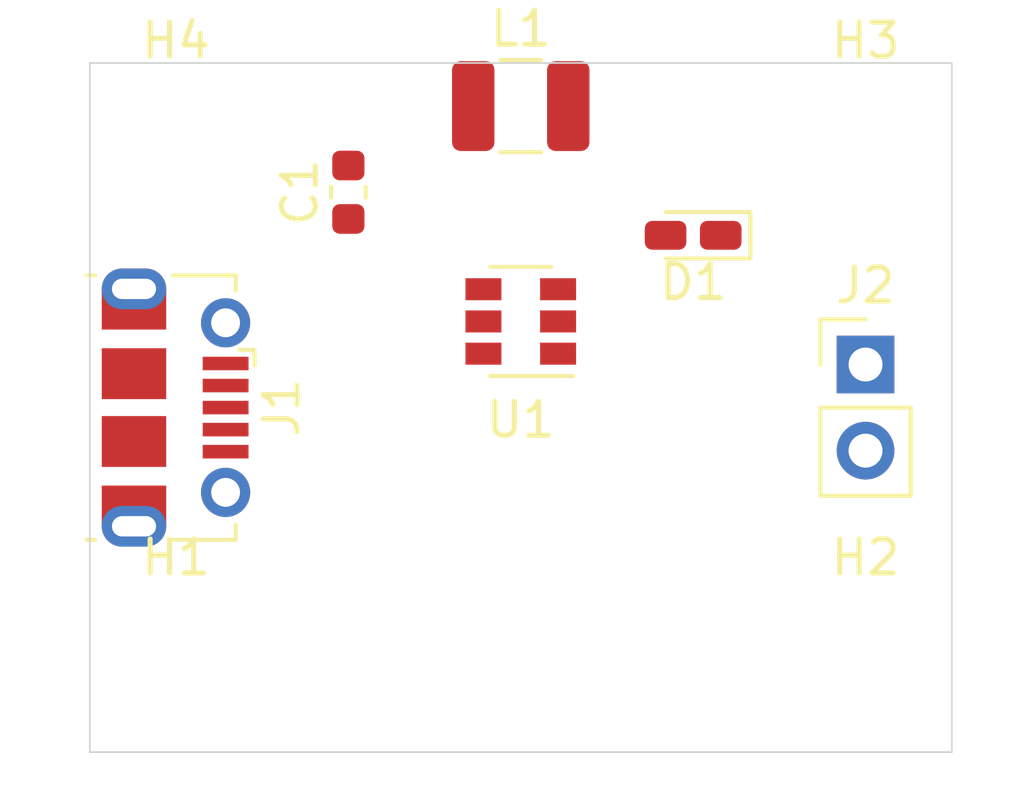
<source format=kicad_pcb>
(kicad_pcb (version 20171130) (host pcbnew 5.1.3+dfsg1-2)

  (general
    (thickness 1.6)
    (drawings 4)
    (tracks 0)
    (zones 0)
    (modules 10)
    (nets 9)
  )

  (page A4)
  (layers
    (0 F.Cu signal)
    (31 B.Cu signal)
    (32 B.Adhes user)
    (33 F.Adhes user)
    (34 B.Paste user)
    (35 F.Paste user)
    (36 B.SilkS user)
    (37 F.SilkS user)
    (38 B.Mask user)
    (39 F.Mask user)
    (40 Dwgs.User user)
    (41 Cmts.User user)
    (42 Eco1.User user)
    (43 Eco2.User user)
    (44 Edge.Cuts user)
    (45 Margin user)
    (46 B.CrtYd user)
    (47 F.CrtYd user)
    (48 B.Fab user)
    (49 F.Fab user)
  )

  (setup
    (last_trace_width 0.25)
    (trace_clearance 0.2)
    (zone_clearance 0.508)
    (zone_45_only no)
    (trace_min 0.2)
    (via_size 0.8)
    (via_drill 0.4)
    (via_min_size 0.4)
    (via_min_drill 0.3)
    (uvia_size 0.3)
    (uvia_drill 0.1)
    (uvias_allowed no)
    (uvia_min_size 0.2)
    (uvia_min_drill 0.1)
    (edge_width 0.05)
    (segment_width 0.2)
    (pcb_text_width 0.3)
    (pcb_text_size 1.5 1.5)
    (mod_edge_width 0.12)
    (mod_text_size 1 1)
    (mod_text_width 0.15)
    (pad_size 1.524 1.524)
    (pad_drill 0.762)
    (pad_to_mask_clearance 0.051)
    (solder_mask_min_width 0.25)
    (aux_axis_origin 0 0)
    (visible_elements FFFFFF7F)
    (pcbplotparams
      (layerselection 0x010fc_ffffffff)
      (usegerberextensions false)
      (usegerberattributes false)
      (usegerberadvancedattributes false)
      (creategerberjobfile false)
      (excludeedgelayer true)
      (linewidth 0.100000)
      (plotframeref false)
      (viasonmask false)
      (mode 1)
      (useauxorigin false)
      (hpglpennumber 1)
      (hpglpenspeed 20)
      (hpglpendiameter 15.000000)
      (psnegative false)
      (psa4output false)
      (plotreference true)
      (plotvalue true)
      (plotinvisibletext false)
      (padsonsilk false)
      (subtractmaskfromsilk false)
      (outputformat 1)
      (mirror false)
      (drillshape 1)
      (scaleselection 1)
      (outputdirectory ""))
  )

  (net 0 "")
  (net 1 GND)
  (net 2 "Net-(C1-Pad1)")
  (net 3 "Net-(D1-Pad2)")
  (net 4 "Net-(D1-Pad1)")
  (net 5 "Net-(J1-Pad3)")
  (net 6 "Net-(J1-Pad4)")
  (net 7 "Net-(J1-Pad2)")
  (net 8 "Net-(U1-Pad3)")

  (net_class Default "This is the default net class."
    (clearance 0.2)
    (trace_width 0.25)
    (via_dia 0.8)
    (via_drill 0.4)
    (uvia_dia 0.3)
    (uvia_drill 0.1)
    (add_net GND)
    (add_net "Net-(C1-Pad1)")
    (add_net "Net-(D1-Pad1)")
    (add_net "Net-(D1-Pad2)")
    (add_net "Net-(J1-Pad2)")
    (add_net "Net-(J1-Pad3)")
    (add_net "Net-(J1-Pad4)")
    (add_net "Net-(U1-Pad3)")
  )

  (module Package_TO_SOT_SMD:SOT-23-6 (layer F.Cu) (tedit 5A02FF57) (tstamp 5D51A877)
    (at 139.7 86.36 180)
    (descr "6-pin SOT-23 package")
    (tags SOT-23-6)
    (path /5D51A6CB)
    (attr smd)
    (fp_text reference U1 (at 0 -2.9) (layer F.SilkS)
      (effects (font (size 1 1) (thickness 0.15)))
    )
    (fp_text value MT3608 (at 0 2.9) (layer F.Fab)
      (effects (font (size 1 1) (thickness 0.15)))
    )
    (fp_line (start 0.9 -1.55) (end 0.9 1.55) (layer F.Fab) (width 0.1))
    (fp_line (start 0.9 1.55) (end -0.9 1.55) (layer F.Fab) (width 0.1))
    (fp_line (start -0.9 -0.9) (end -0.9 1.55) (layer F.Fab) (width 0.1))
    (fp_line (start 0.9 -1.55) (end -0.25 -1.55) (layer F.Fab) (width 0.1))
    (fp_line (start -0.9 -0.9) (end -0.25 -1.55) (layer F.Fab) (width 0.1))
    (fp_line (start -1.9 -1.8) (end -1.9 1.8) (layer F.CrtYd) (width 0.05))
    (fp_line (start -1.9 1.8) (end 1.9 1.8) (layer F.CrtYd) (width 0.05))
    (fp_line (start 1.9 1.8) (end 1.9 -1.8) (layer F.CrtYd) (width 0.05))
    (fp_line (start 1.9 -1.8) (end -1.9 -1.8) (layer F.CrtYd) (width 0.05))
    (fp_line (start 0.9 -1.61) (end -1.55 -1.61) (layer F.SilkS) (width 0.12))
    (fp_line (start -0.9 1.61) (end 0.9 1.61) (layer F.SilkS) (width 0.12))
    (fp_text user %R (at 0 0 90) (layer F.Fab)
      (effects (font (size 0.5 0.5) (thickness 0.075)))
    )
    (pad 5 smd rect (at 1.1 0 180) (size 1.06 0.65) (layers F.Cu F.Paste F.Mask)
      (net 2 "Net-(C1-Pad1)"))
    (pad 6 smd rect (at 1.1 -0.95 180) (size 1.06 0.65) (layers F.Cu F.Paste F.Mask))
    (pad 4 smd rect (at 1.1 0.95 180) (size 1.06 0.65) (layers F.Cu F.Paste F.Mask)
      (net 2 "Net-(C1-Pad1)"))
    (pad 3 smd rect (at -1.1 0.95 180) (size 1.06 0.65) (layers F.Cu F.Paste F.Mask)
      (net 8 "Net-(U1-Pad3)"))
    (pad 2 smd rect (at -1.1 0 180) (size 1.06 0.65) (layers F.Cu F.Paste F.Mask)
      (net 1 GND))
    (pad 1 smd rect (at -1.1 -0.95 180) (size 1.06 0.65) (layers F.Cu F.Paste F.Mask)
      (net 3 "Net-(D1-Pad2)"))
    (model ${KISYS3DMOD}/Package_TO_SOT_SMD.3dshapes/SOT-23-6.wrl
      (at (xyz 0 0 0))
      (scale (xyz 1 1 1))
      (rotate (xyz 0 0 0))
    )
  )

  (module Inductor_SMD:L_1210_3225Metric (layer F.Cu) (tedit 5B301BBE) (tstamp 5D51AB23)
    (at 139.7 80.01)
    (descr "Inductor SMD 1210 (3225 Metric), square (rectangular) end terminal, IPC_7351 nominal, (Body size source: http://www.tortai-tech.com/upload/download/2011102023233369053.pdf), generated with kicad-footprint-generator")
    (tags inductor)
    (path /5D522235)
    (attr smd)
    (fp_text reference L1 (at 0 -2.28) (layer F.SilkS)
      (effects (font (size 1 1) (thickness 0.15)))
    )
    (fp_text value 22uH (at 0 2.28) (layer F.Fab)
      (effects (font (size 1 1) (thickness 0.15)))
    )
    (fp_text user %R (at 0 0) (layer F.Fab)
      (effects (font (size 0.8 0.8) (thickness 0.12)))
    )
    (fp_line (start 2.28 1.58) (end -2.28 1.58) (layer F.CrtYd) (width 0.05))
    (fp_line (start 2.28 -1.58) (end 2.28 1.58) (layer F.CrtYd) (width 0.05))
    (fp_line (start -2.28 -1.58) (end 2.28 -1.58) (layer F.CrtYd) (width 0.05))
    (fp_line (start -2.28 1.58) (end -2.28 -1.58) (layer F.CrtYd) (width 0.05))
    (fp_line (start -0.602064 1.36) (end 0.602064 1.36) (layer F.SilkS) (width 0.12))
    (fp_line (start -0.602064 -1.36) (end 0.602064 -1.36) (layer F.SilkS) (width 0.12))
    (fp_line (start 1.6 1.25) (end -1.6 1.25) (layer F.Fab) (width 0.1))
    (fp_line (start 1.6 -1.25) (end 1.6 1.25) (layer F.Fab) (width 0.1))
    (fp_line (start -1.6 -1.25) (end 1.6 -1.25) (layer F.Fab) (width 0.1))
    (fp_line (start -1.6 1.25) (end -1.6 -1.25) (layer F.Fab) (width 0.1))
    (pad 2 smd roundrect (at 1.4 0) (size 1.25 2.65) (layers F.Cu F.Paste F.Mask) (roundrect_rratio 0.2)
      (net 3 "Net-(D1-Pad2)"))
    (pad 1 smd roundrect (at -1.4 0) (size 1.25 2.65) (layers F.Cu F.Paste F.Mask) (roundrect_rratio 0.2)
      (net 2 "Net-(C1-Pad1)"))
    (model ${KISYS3DMOD}/Inductor_SMD.3dshapes/L_1210_3225Metric.wrl
      (at (xyz 0 0 0))
      (scale (xyz 1 1 1))
      (rotate (xyz 0 0 0))
    )
  )

  (module Connector_PinHeader_2.54mm:PinHeader_1x02_P2.54mm_Vertical (layer F.Cu) (tedit 59FED5CC) (tstamp 5D51A850)
    (at 149.86 87.63)
    (descr "Through hole straight pin header, 1x02, 2.54mm pitch, single row")
    (tags "Through hole pin header THT 1x02 2.54mm single row")
    (path /5D5241FF)
    (fp_text reference J2 (at 0 -2.33) (layer F.SilkS)
      (effects (font (size 1 1) (thickness 0.15)))
    )
    (fp_text value Conn_01x02 (at 0 4.87) (layer F.Fab)
      (effects (font (size 1 1) (thickness 0.15)))
    )
    (fp_text user %R (at 0 1.27 90) (layer F.Fab)
      (effects (font (size 1 1) (thickness 0.15)))
    )
    (fp_line (start 1.8 -1.8) (end -1.8 -1.8) (layer F.CrtYd) (width 0.05))
    (fp_line (start 1.8 4.35) (end 1.8 -1.8) (layer F.CrtYd) (width 0.05))
    (fp_line (start -1.8 4.35) (end 1.8 4.35) (layer F.CrtYd) (width 0.05))
    (fp_line (start -1.8 -1.8) (end -1.8 4.35) (layer F.CrtYd) (width 0.05))
    (fp_line (start -1.33 -1.33) (end 0 -1.33) (layer F.SilkS) (width 0.12))
    (fp_line (start -1.33 0) (end -1.33 -1.33) (layer F.SilkS) (width 0.12))
    (fp_line (start -1.33 1.27) (end 1.33 1.27) (layer F.SilkS) (width 0.12))
    (fp_line (start 1.33 1.27) (end 1.33 3.87) (layer F.SilkS) (width 0.12))
    (fp_line (start -1.33 1.27) (end -1.33 3.87) (layer F.SilkS) (width 0.12))
    (fp_line (start -1.33 3.87) (end 1.33 3.87) (layer F.SilkS) (width 0.12))
    (fp_line (start -1.27 -0.635) (end -0.635 -1.27) (layer F.Fab) (width 0.1))
    (fp_line (start -1.27 3.81) (end -1.27 -0.635) (layer F.Fab) (width 0.1))
    (fp_line (start 1.27 3.81) (end -1.27 3.81) (layer F.Fab) (width 0.1))
    (fp_line (start 1.27 -1.27) (end 1.27 3.81) (layer F.Fab) (width 0.1))
    (fp_line (start -0.635 -1.27) (end 1.27 -1.27) (layer F.Fab) (width 0.1))
    (pad 2 thru_hole oval (at 0 2.54) (size 1.7 1.7) (drill 1) (layers *.Cu *.Mask)
      (net 1 GND))
    (pad 1 thru_hole rect (at 0 0) (size 1.7 1.7) (drill 1) (layers *.Cu *.Mask)
      (net 4 "Net-(D1-Pad1)"))
    (model ${KISYS3DMOD}/Connector_PinHeader_2.54mm.3dshapes/PinHeader_1x02_P2.54mm_Vertical.wrl
      (at (xyz 0 0 0))
      (scale (xyz 1 1 1))
      (rotate (xyz 0 0 0))
    )
  )

  (module Connector_USB:USB_Micro-B_Molex-105017-0001 (layer F.Cu) (tedit 5A1DC0BE) (tstamp 5D51A83A)
    (at 129.54 88.9 270)
    (descr http://www.molex.com/pdm_docs/sd/1050170001_sd.pdf)
    (tags "Micro-USB SMD Typ-B")
    (path /5D51B79D)
    (attr smd)
    (fp_text reference J1 (at 0 -3.1125 90) (layer F.SilkS)
      (effects (font (size 1 1) (thickness 0.15)))
    )
    (fp_text value USB_B_Micro (at 0.3 4.3375 90) (layer F.Fab)
      (effects (font (size 1 1) (thickness 0.15)))
    )
    (fp_line (start -1.1 -2.1225) (end -1.1 -1.9125) (layer F.Fab) (width 0.1))
    (fp_line (start -1.5 -2.1225) (end -1.5 -1.9125) (layer F.Fab) (width 0.1))
    (fp_line (start -1.5 -2.1225) (end -1.1 -2.1225) (layer F.Fab) (width 0.1))
    (fp_line (start -1.1 -1.9125) (end -1.3 -1.7125) (layer F.Fab) (width 0.1))
    (fp_line (start -1.3 -1.7125) (end -1.5 -1.9125) (layer F.Fab) (width 0.1))
    (fp_line (start -1.7 -2.3125) (end -1.7 -1.8625) (layer F.SilkS) (width 0.12))
    (fp_line (start -1.7 -2.3125) (end -1.25 -2.3125) (layer F.SilkS) (width 0.12))
    (fp_line (start 3.9 -1.7625) (end 3.45 -1.7625) (layer F.SilkS) (width 0.12))
    (fp_line (start 3.9 0.0875) (end 3.9 -1.7625) (layer F.SilkS) (width 0.12))
    (fp_line (start -3.9 2.6375) (end -3.9 2.3875) (layer F.SilkS) (width 0.12))
    (fp_line (start -3.75 3.3875) (end -3.75 -1.6125) (layer F.Fab) (width 0.1))
    (fp_line (start -3.75 -1.6125) (end 3.75 -1.6125) (layer F.Fab) (width 0.1))
    (fp_line (start -3.75 3.389204) (end 3.75 3.389204) (layer F.Fab) (width 0.1))
    (fp_line (start -3 2.689204) (end 3 2.689204) (layer F.Fab) (width 0.1))
    (fp_line (start 3.75 3.3875) (end 3.75 -1.6125) (layer F.Fab) (width 0.1))
    (fp_line (start 3.9 2.6375) (end 3.9 2.3875) (layer F.SilkS) (width 0.12))
    (fp_line (start -3.9 0.0875) (end -3.9 -1.7625) (layer F.SilkS) (width 0.12))
    (fp_line (start -3.9 -1.7625) (end -3.45 -1.7625) (layer F.SilkS) (width 0.12))
    (fp_line (start -4.4 3.64) (end -4.4 -2.46) (layer F.CrtYd) (width 0.05))
    (fp_line (start -4.4 -2.46) (end 4.4 -2.46) (layer F.CrtYd) (width 0.05))
    (fp_line (start 4.4 -2.46) (end 4.4 3.64) (layer F.CrtYd) (width 0.05))
    (fp_line (start -4.4 3.64) (end 4.4 3.64) (layer F.CrtYd) (width 0.05))
    (fp_text user %R (at 0 0.8875 90) (layer F.Fab)
      (effects (font (size 1 1) (thickness 0.15)))
    )
    (fp_text user "PCB Edge" (at 0 2.6875 90) (layer Dwgs.User)
      (effects (font (size 0.5 0.5) (thickness 0.08)))
    )
    (pad 6 smd rect (at -2.9 1.2375 270) (size 1.2 1.9) (layers F.Cu F.Mask)
      (net 1 GND))
    (pad 6 smd rect (at 2.9 1.2375 270) (size 1.2 1.9) (layers F.Cu F.Mask)
      (net 1 GND))
    (pad 6 thru_hole oval (at 3.5 1.2375 270) (size 1.2 1.9) (drill oval 0.6 1.3) (layers *.Cu *.Mask)
      (net 1 GND))
    (pad 6 thru_hole oval (at -3.5 1.2375 90) (size 1.2 1.9) (drill oval 0.6 1.3) (layers *.Cu *.Mask)
      (net 1 GND))
    (pad 6 smd rect (at -1 1.2375 270) (size 1.5 1.9) (layers F.Cu F.Paste F.Mask)
      (net 1 GND))
    (pad 6 thru_hole circle (at 2.5 -1.4625 270) (size 1.45 1.45) (drill 0.85) (layers *.Cu *.Mask)
      (net 1 GND))
    (pad 3 smd rect (at 0 -1.4625 270) (size 0.4 1.35) (layers F.Cu F.Paste F.Mask)
      (net 5 "Net-(J1-Pad3)"))
    (pad 4 smd rect (at 0.65 -1.4625 270) (size 0.4 1.35) (layers F.Cu F.Paste F.Mask)
      (net 6 "Net-(J1-Pad4)"))
    (pad 5 smd rect (at 1.3 -1.4625 270) (size 0.4 1.35) (layers F.Cu F.Paste F.Mask)
      (net 1 GND))
    (pad 1 smd rect (at -1.3 -1.4625 270) (size 0.4 1.35) (layers F.Cu F.Paste F.Mask)
      (net 2 "Net-(C1-Pad1)"))
    (pad 2 smd rect (at -0.65 -1.4625 270) (size 0.4 1.35) (layers F.Cu F.Paste F.Mask)
      (net 7 "Net-(J1-Pad2)"))
    (pad 6 thru_hole circle (at -2.5 -1.4625 270) (size 1.45 1.45) (drill 0.85) (layers *.Cu *.Mask)
      (net 1 GND))
    (pad 6 smd rect (at 1 1.2375 270) (size 1.5 1.9) (layers F.Cu F.Paste F.Mask)
      (net 1 GND))
    (model ${KISYS3DMOD}/Connector_USB.3dshapes/USB_Micro-B_Molex-105017-0001.wrl
      (at (xyz 0 0 0))
      (scale (xyz 1 1 1))
      (rotate (xyz 0 0 0))
    )
  )

  (module MountingHole:MountingHole_2.2mm_M2 (layer F.Cu) (tedit 56D1B4CB) (tstamp 5D51A811)
    (at 129.54 81.28)
    (descr "Mounting Hole 2.2mm, no annular, M2")
    (tags "mounting hole 2.2mm no annular m2")
    (path /5D5276D0)
    (attr virtual)
    (fp_text reference H4 (at 0 -3.2) (layer F.SilkS)
      (effects (font (size 1 1) (thickness 0.15)))
    )
    (fp_text value ~ (at 0 3.2) (layer F.Fab)
      (effects (font (size 1 1) (thickness 0.15)))
    )
    (fp_circle (center 0 0) (end 2.45 0) (layer F.CrtYd) (width 0.05))
    (fp_circle (center 0 0) (end 2.2 0) (layer Cmts.User) (width 0.15))
    (fp_text user %R (at 0.3 0) (layer F.Fab)
      (effects (font (size 1 1) (thickness 0.15)))
    )
    (pad 1 np_thru_hole circle (at 0 0) (size 2.2 2.2) (drill 2.2) (layers *.Cu *.Mask))
  )

  (module MountingHole:MountingHole_2.2mm_M2 (layer F.Cu) (tedit 56D1B4CB) (tstamp 5D51A809)
    (at 149.86 81.28)
    (descr "Mounting Hole 2.2mm, no annular, M2")
    (tags "mounting hole 2.2mm no annular m2")
    (path /5D5272A7)
    (attr virtual)
    (fp_text reference H3 (at 0 -3.2) (layer F.SilkS)
      (effects (font (size 1 1) (thickness 0.15)))
    )
    (fp_text value ~ (at 0 3.2) (layer F.Fab)
      (effects (font (size 1 1) (thickness 0.15)))
    )
    (fp_circle (center 0 0) (end 2.45 0) (layer F.CrtYd) (width 0.05))
    (fp_circle (center 0 0) (end 2.2 0) (layer Cmts.User) (width 0.15))
    (fp_text user %R (at 0.3 0) (layer F.Fab)
      (effects (font (size 1 1) (thickness 0.15)))
    )
    (pad 1 np_thru_hole circle (at 0 0) (size 2.2 2.2) (drill 2.2) (layers *.Cu *.Mask))
  )

  (module MountingHole:MountingHole_2.2mm_M2 (layer F.Cu) (tedit 56D1B4CB) (tstamp 5D51A801)
    (at 149.86 96.52)
    (descr "Mounting Hole 2.2mm, no annular, M2")
    (tags "mounting hole 2.2mm no annular m2")
    (path /5D526E4B)
    (attr virtual)
    (fp_text reference H2 (at 0 -3.2) (layer F.SilkS)
      (effects (font (size 1 1) (thickness 0.15)))
    )
    (fp_text value ~ (at 0 3.2) (layer F.Fab)
      (effects (font (size 1 1) (thickness 0.15)))
    )
    (fp_circle (center 0 0) (end 2.45 0) (layer F.CrtYd) (width 0.05))
    (fp_circle (center 0 0) (end 2.2 0) (layer Cmts.User) (width 0.15))
    (fp_text user %R (at 0.3 0) (layer F.Fab)
      (effects (font (size 1 1) (thickness 0.15)))
    )
    (pad 1 np_thru_hole circle (at 0 0) (size 2.2 2.2) (drill 2.2) (layers *.Cu *.Mask))
  )

  (module MountingHole:MountingHole_2.2mm_M2 (layer F.Cu) (tedit 56D1B4CB) (tstamp 5D51A7F9)
    (at 129.54 96.52)
    (descr "Mounting Hole 2.2mm, no annular, M2")
    (tags "mounting hole 2.2mm no annular m2")
    (path /5D5267FB)
    (attr virtual)
    (fp_text reference H1 (at 0 -3.2) (layer F.SilkS)
      (effects (font (size 1 1) (thickness 0.15)))
    )
    (fp_text value ~ (at 0 3.2) (layer F.Fab)
      (effects (font (size 1 1) (thickness 0.15)))
    )
    (fp_circle (center 0 0) (end 2.45 0) (layer F.CrtYd) (width 0.05))
    (fp_circle (center 0 0) (end 2.2 0) (layer Cmts.User) (width 0.15))
    (fp_text user %R (at 0.3 0) (layer F.Fab)
      (effects (font (size 1 1) (thickness 0.15)))
    )
    (pad 1 np_thru_hole circle (at 0 0) (size 2.2 2.2) (drill 2.2) (layers *.Cu *.Mask))
  )

  (module Diode_SMD:D_0603_1608Metric_Castellated (layer F.Cu) (tedit 5B301BBE) (tstamp 5D51ABD8)
    (at 144.78 83.82 180)
    (descr "Diode SMD 0603 (1608 Metric), castellated end terminal, IPC_7351 nominal, (Body size source: http://www.tortai-tech.com/upload/download/2011102023233369053.pdf), generated with kicad-footprint-generator")
    (tags "diode castellated")
    (path /5D525182)
    (attr smd)
    (fp_text reference D1 (at 0 -1.38) (layer F.SilkS)
      (effects (font (size 1 1) (thickness 0.15)))
    )
    (fp_text value D_Schottky (at 0 1.38) (layer F.Fab)
      (effects (font (size 1 1) (thickness 0.15)))
    )
    (fp_text user %R (at 0 0) (layer F.Fab)
      (effects (font (size 0.4 0.4) (thickness 0.06)))
    )
    (fp_line (start 1.68 0.68) (end -1.68 0.68) (layer F.CrtYd) (width 0.05))
    (fp_line (start 1.68 -0.68) (end 1.68 0.68) (layer F.CrtYd) (width 0.05))
    (fp_line (start -1.68 -0.68) (end 1.68 -0.68) (layer F.CrtYd) (width 0.05))
    (fp_line (start -1.68 0.68) (end -1.68 -0.68) (layer F.CrtYd) (width 0.05))
    (fp_line (start -1.685 0.685) (end 0.8 0.685) (layer F.SilkS) (width 0.12))
    (fp_line (start -1.685 -0.685) (end -1.685 0.685) (layer F.SilkS) (width 0.12))
    (fp_line (start 0.8 -0.685) (end -1.685 -0.685) (layer F.SilkS) (width 0.12))
    (fp_line (start 0.8 0.4) (end 0.8 -0.4) (layer F.Fab) (width 0.1))
    (fp_line (start -0.8 0.4) (end 0.8 0.4) (layer F.Fab) (width 0.1))
    (fp_line (start -0.8 -0.1) (end -0.8 0.4) (layer F.Fab) (width 0.1))
    (fp_line (start -0.5 -0.4) (end -0.8 -0.1) (layer F.Fab) (width 0.1))
    (fp_line (start 0.8 -0.4) (end -0.5 -0.4) (layer F.Fab) (width 0.1))
    (pad 2 smd roundrect (at 0.8125 0 180) (size 1.225 0.85) (layers F.Cu F.Paste F.Mask) (roundrect_rratio 0.25)
      (net 3 "Net-(D1-Pad2)"))
    (pad 1 smd roundrect (at -0.8125 0 180) (size 1.225 0.85) (layers F.Cu F.Paste F.Mask) (roundrect_rratio 0.25)
      (net 4 "Net-(D1-Pad1)"))
    (model ${KISYS3DMOD}/Diode_SMD.3dshapes/D_0603_1608Metric_Castellated.wrl
      (at (xyz 0 0 0))
      (scale (xyz 1 1 1))
      (rotate (xyz 0 0 0))
    )
  )

  (module Capacitor_SMD:C_0603_1608Metric (layer F.Cu) (tedit 5B301BBE) (tstamp 5D51A7DE)
    (at 134.62 82.55 90)
    (descr "Capacitor SMD 0603 (1608 Metric), square (rectangular) end terminal, IPC_7351 nominal, (Body size source: http://www.tortai-tech.com/upload/download/2011102023233369053.pdf), generated with kicad-footprint-generator")
    (tags capacitor)
    (path /5D51DC8B)
    (attr smd)
    (fp_text reference C1 (at 0 -1.43 90) (layer F.SilkS)
      (effects (font (size 1 1) (thickness 0.15)))
    )
    (fp_text value 22uF (at 0 1.43 90) (layer F.Fab)
      (effects (font (size 1 1) (thickness 0.15)))
    )
    (fp_text user %R (at 0 0 90) (layer F.Fab)
      (effects (font (size 0.4 0.4) (thickness 0.06)))
    )
    (fp_line (start 1.48 0.73) (end -1.48 0.73) (layer F.CrtYd) (width 0.05))
    (fp_line (start 1.48 -0.73) (end 1.48 0.73) (layer F.CrtYd) (width 0.05))
    (fp_line (start -1.48 -0.73) (end 1.48 -0.73) (layer F.CrtYd) (width 0.05))
    (fp_line (start -1.48 0.73) (end -1.48 -0.73) (layer F.CrtYd) (width 0.05))
    (fp_line (start -0.162779 0.51) (end 0.162779 0.51) (layer F.SilkS) (width 0.12))
    (fp_line (start -0.162779 -0.51) (end 0.162779 -0.51) (layer F.SilkS) (width 0.12))
    (fp_line (start 0.8 0.4) (end -0.8 0.4) (layer F.Fab) (width 0.1))
    (fp_line (start 0.8 -0.4) (end 0.8 0.4) (layer F.Fab) (width 0.1))
    (fp_line (start -0.8 -0.4) (end 0.8 -0.4) (layer F.Fab) (width 0.1))
    (fp_line (start -0.8 0.4) (end -0.8 -0.4) (layer F.Fab) (width 0.1))
    (pad 2 smd roundrect (at 0.7875 0 90) (size 0.875 0.95) (layers F.Cu F.Paste F.Mask) (roundrect_rratio 0.25)
      (net 1 GND))
    (pad 1 smd roundrect (at -0.7875 0 90) (size 0.875 0.95) (layers F.Cu F.Paste F.Mask) (roundrect_rratio 0.25)
      (net 2 "Net-(C1-Pad1)"))
    (model ${KISYS3DMOD}/Capacitor_SMD.3dshapes/C_0603_1608Metric.wrl
      (at (xyz 0 0 0))
      (scale (xyz 1 1 1))
      (rotate (xyz 0 0 0))
    )
  )

  (gr_line (start 152.4 99.06) (end 127 99.06) (layer Edge.Cuts) (width 0.05) (tstamp 5D51AAEB))
  (gr_line (start 152.4 78.74) (end 152.4 99.06) (layer Edge.Cuts) (width 0.05))
  (gr_line (start 127 78.74) (end 152.4 78.74) (layer Edge.Cuts) (width 0.05))
  (gr_line (start 127 99.06) (end 127 78.74) (layer Edge.Cuts) (width 0.05))

)

</source>
